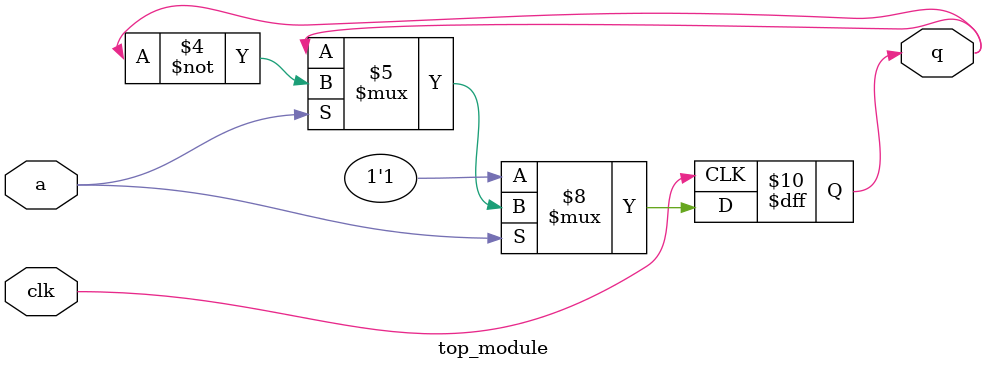
<source format=sv>
module top_module (
    input clk,
    input a, 
    output reg q
);

always @(posedge clk) begin
    if (a == 1'b0)
        q <= 1;
    else if (a == 1'b1)
        q <= ~q;
end

endmodule

</source>
